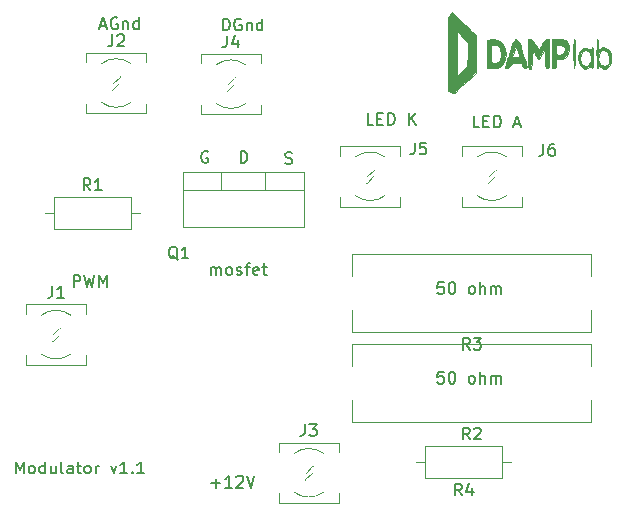
<source format=gto>
G04 #@! TF.GenerationSoftware,KiCad,Pcbnew,(5.1.2)-1*
G04 #@! TF.CreationDate,2019-12-31T23:39:51-05:00*
G04 #@! TF.ProjectId,modulator,6d6f6475-6c61-4746-9f72-2e6b69636164,rev?*
G04 #@! TF.SameCoordinates,Original*
G04 #@! TF.FileFunction,Legend,Top*
G04 #@! TF.FilePolarity,Positive*
%FSLAX46Y46*%
G04 Gerber Fmt 4.6, Leading zero omitted, Abs format (unit mm)*
G04 Created by KiCad (PCBNEW (5.1.2)-1) date 2019-12-31 23:39:51*
%MOMM*%
%LPD*%
G04 APERTURE LIST*
%ADD10C,0.150000*%
%ADD11C,0.010000*%
%ADD12C,0.120000*%
G04 APERTURE END LIST*
D10*
X210509523Y-67052380D02*
X210033333Y-67052380D01*
X209985714Y-67528571D01*
X210033333Y-67480952D01*
X210128571Y-67433333D01*
X210366666Y-67433333D01*
X210461904Y-67480952D01*
X210509523Y-67528571D01*
X210557142Y-67623809D01*
X210557142Y-67861904D01*
X210509523Y-67957142D01*
X210461904Y-68004761D01*
X210366666Y-68052380D01*
X210128571Y-68052380D01*
X210033333Y-68004761D01*
X209985714Y-67957142D01*
X211176190Y-67052380D02*
X211271428Y-67052380D01*
X211366666Y-67100000D01*
X211414285Y-67147619D01*
X211461904Y-67242857D01*
X211509523Y-67433333D01*
X211509523Y-67671428D01*
X211461904Y-67861904D01*
X211414285Y-67957142D01*
X211366666Y-68004761D01*
X211271428Y-68052380D01*
X211176190Y-68052380D01*
X211080952Y-68004761D01*
X211033333Y-67957142D01*
X210985714Y-67861904D01*
X210938095Y-67671428D01*
X210938095Y-67433333D01*
X210985714Y-67242857D01*
X211033333Y-67147619D01*
X211080952Y-67100000D01*
X211176190Y-67052380D01*
X212842857Y-68052380D02*
X212747619Y-68004761D01*
X212700000Y-67957142D01*
X212652380Y-67861904D01*
X212652380Y-67576190D01*
X212700000Y-67480952D01*
X212747619Y-67433333D01*
X212842857Y-67385714D01*
X212985714Y-67385714D01*
X213080952Y-67433333D01*
X213128571Y-67480952D01*
X213176190Y-67576190D01*
X213176190Y-67861904D01*
X213128571Y-67957142D01*
X213080952Y-68004761D01*
X212985714Y-68052380D01*
X212842857Y-68052380D01*
X213604761Y-68052380D02*
X213604761Y-67052380D01*
X214033333Y-68052380D02*
X214033333Y-67528571D01*
X213985714Y-67433333D01*
X213890476Y-67385714D01*
X213747619Y-67385714D01*
X213652380Y-67433333D01*
X213604761Y-67480952D01*
X214509523Y-68052380D02*
X214509523Y-67385714D01*
X214509523Y-67480952D02*
X214557142Y-67433333D01*
X214652380Y-67385714D01*
X214795238Y-67385714D01*
X214890476Y-67433333D01*
X214938095Y-67528571D01*
X214938095Y-68052380D01*
X214938095Y-67528571D02*
X214985714Y-67433333D01*
X215080952Y-67385714D01*
X215223809Y-67385714D01*
X215319047Y-67433333D01*
X215366666Y-67528571D01*
X215366666Y-68052380D01*
X210509523Y-59452380D02*
X210033333Y-59452380D01*
X209985714Y-59928571D01*
X210033333Y-59880952D01*
X210128571Y-59833333D01*
X210366666Y-59833333D01*
X210461904Y-59880952D01*
X210509523Y-59928571D01*
X210557142Y-60023809D01*
X210557142Y-60261904D01*
X210509523Y-60357142D01*
X210461904Y-60404761D01*
X210366666Y-60452380D01*
X210128571Y-60452380D01*
X210033333Y-60404761D01*
X209985714Y-60357142D01*
X211176190Y-59452380D02*
X211271428Y-59452380D01*
X211366666Y-59500000D01*
X211414285Y-59547619D01*
X211461904Y-59642857D01*
X211509523Y-59833333D01*
X211509523Y-60071428D01*
X211461904Y-60261904D01*
X211414285Y-60357142D01*
X211366666Y-60404761D01*
X211271428Y-60452380D01*
X211176190Y-60452380D01*
X211080952Y-60404761D01*
X211033333Y-60357142D01*
X210985714Y-60261904D01*
X210938095Y-60071428D01*
X210938095Y-59833333D01*
X210985714Y-59642857D01*
X211033333Y-59547619D01*
X211080952Y-59500000D01*
X211176190Y-59452380D01*
X212842857Y-60452380D02*
X212747619Y-60404761D01*
X212700000Y-60357142D01*
X212652380Y-60261904D01*
X212652380Y-59976190D01*
X212700000Y-59880952D01*
X212747619Y-59833333D01*
X212842857Y-59785714D01*
X212985714Y-59785714D01*
X213080952Y-59833333D01*
X213128571Y-59880952D01*
X213176190Y-59976190D01*
X213176190Y-60261904D01*
X213128571Y-60357142D01*
X213080952Y-60404761D01*
X212985714Y-60452380D01*
X212842857Y-60452380D01*
X213604761Y-60452380D02*
X213604761Y-59452380D01*
X214033333Y-60452380D02*
X214033333Y-59928571D01*
X213985714Y-59833333D01*
X213890476Y-59785714D01*
X213747619Y-59785714D01*
X213652380Y-59833333D01*
X213604761Y-59880952D01*
X214509523Y-60452380D02*
X214509523Y-59785714D01*
X214509523Y-59880952D02*
X214557142Y-59833333D01*
X214652380Y-59785714D01*
X214795238Y-59785714D01*
X214890476Y-59833333D01*
X214938095Y-59928571D01*
X214938095Y-60452380D01*
X214938095Y-59928571D02*
X214985714Y-59833333D01*
X215080952Y-59785714D01*
X215223809Y-59785714D01*
X215319047Y-59833333D01*
X215366666Y-59928571D01*
X215366666Y-60452380D01*
X174295238Y-75652380D02*
X174295238Y-74652380D01*
X174628571Y-75366666D01*
X174961904Y-74652380D01*
X174961904Y-75652380D01*
X175580952Y-75652380D02*
X175485714Y-75604761D01*
X175438095Y-75557142D01*
X175390476Y-75461904D01*
X175390476Y-75176190D01*
X175438095Y-75080952D01*
X175485714Y-75033333D01*
X175580952Y-74985714D01*
X175723809Y-74985714D01*
X175819047Y-75033333D01*
X175866666Y-75080952D01*
X175914285Y-75176190D01*
X175914285Y-75461904D01*
X175866666Y-75557142D01*
X175819047Y-75604761D01*
X175723809Y-75652380D01*
X175580952Y-75652380D01*
X176771428Y-75652380D02*
X176771428Y-74652380D01*
X176771428Y-75604761D02*
X176676190Y-75652380D01*
X176485714Y-75652380D01*
X176390476Y-75604761D01*
X176342857Y-75557142D01*
X176295238Y-75461904D01*
X176295238Y-75176190D01*
X176342857Y-75080952D01*
X176390476Y-75033333D01*
X176485714Y-74985714D01*
X176676190Y-74985714D01*
X176771428Y-75033333D01*
X177676190Y-74985714D02*
X177676190Y-75652380D01*
X177247619Y-74985714D02*
X177247619Y-75509523D01*
X177295238Y-75604761D01*
X177390476Y-75652380D01*
X177533333Y-75652380D01*
X177628571Y-75604761D01*
X177676190Y-75557142D01*
X178295238Y-75652380D02*
X178200000Y-75604761D01*
X178152380Y-75509523D01*
X178152380Y-74652380D01*
X179104761Y-75652380D02*
X179104761Y-75128571D01*
X179057142Y-75033333D01*
X178961904Y-74985714D01*
X178771428Y-74985714D01*
X178676190Y-75033333D01*
X179104761Y-75604761D02*
X179009523Y-75652380D01*
X178771428Y-75652380D01*
X178676190Y-75604761D01*
X178628571Y-75509523D01*
X178628571Y-75414285D01*
X178676190Y-75319047D01*
X178771428Y-75271428D01*
X179009523Y-75271428D01*
X179104761Y-75223809D01*
X179438095Y-74985714D02*
X179819047Y-74985714D01*
X179580952Y-74652380D02*
X179580952Y-75509523D01*
X179628571Y-75604761D01*
X179723809Y-75652380D01*
X179819047Y-75652380D01*
X180295238Y-75652380D02*
X180200000Y-75604761D01*
X180152380Y-75557142D01*
X180104761Y-75461904D01*
X180104761Y-75176190D01*
X180152380Y-75080952D01*
X180200000Y-75033333D01*
X180295238Y-74985714D01*
X180438095Y-74985714D01*
X180533333Y-75033333D01*
X180580952Y-75080952D01*
X180628571Y-75176190D01*
X180628571Y-75461904D01*
X180580952Y-75557142D01*
X180533333Y-75604761D01*
X180438095Y-75652380D01*
X180295238Y-75652380D01*
X181057142Y-75652380D02*
X181057142Y-74985714D01*
X181057142Y-75176190D02*
X181104761Y-75080952D01*
X181152380Y-75033333D01*
X181247619Y-74985714D01*
X181342857Y-74985714D01*
X182342857Y-74985714D02*
X182580952Y-75652380D01*
X182819047Y-74985714D01*
X183723809Y-75652380D02*
X183152380Y-75652380D01*
X183438095Y-75652380D02*
X183438095Y-74652380D01*
X183342857Y-74795238D01*
X183247619Y-74890476D01*
X183152380Y-74938095D01*
X184152380Y-75557142D02*
X184200000Y-75604761D01*
X184152380Y-75652380D01*
X184104761Y-75604761D01*
X184152380Y-75557142D01*
X184152380Y-75652380D01*
X185152380Y-75652380D02*
X184580952Y-75652380D01*
X184866666Y-75652380D02*
X184866666Y-74652380D01*
X184771428Y-74795238D01*
X184676190Y-74890476D01*
X184580952Y-74938095D01*
X181457142Y-37766666D02*
X181933333Y-37766666D01*
X181361904Y-38052380D02*
X181695238Y-37052380D01*
X182028571Y-38052380D01*
X182885714Y-37100000D02*
X182790476Y-37052380D01*
X182647619Y-37052380D01*
X182504761Y-37100000D01*
X182409523Y-37195238D01*
X182361904Y-37290476D01*
X182314285Y-37480952D01*
X182314285Y-37623809D01*
X182361904Y-37814285D01*
X182409523Y-37909523D01*
X182504761Y-38004761D01*
X182647619Y-38052380D01*
X182742857Y-38052380D01*
X182885714Y-38004761D01*
X182933333Y-37957142D01*
X182933333Y-37623809D01*
X182742857Y-37623809D01*
X183361904Y-37385714D02*
X183361904Y-38052380D01*
X183361904Y-37480952D02*
X183409523Y-37433333D01*
X183504761Y-37385714D01*
X183647619Y-37385714D01*
X183742857Y-37433333D01*
X183790476Y-37528571D01*
X183790476Y-38052380D01*
X184695238Y-38052380D02*
X184695238Y-37052380D01*
X184695238Y-38004761D02*
X184600000Y-38052380D01*
X184409523Y-38052380D01*
X184314285Y-38004761D01*
X184266666Y-37957142D01*
X184219047Y-37861904D01*
X184219047Y-37576190D01*
X184266666Y-37480952D01*
X184314285Y-37433333D01*
X184409523Y-37385714D01*
X184600000Y-37385714D01*
X184695238Y-37433333D01*
X191833333Y-38152380D02*
X191833333Y-37152380D01*
X192071428Y-37152380D01*
X192214285Y-37200000D01*
X192309523Y-37295238D01*
X192357142Y-37390476D01*
X192404761Y-37580952D01*
X192404761Y-37723809D01*
X192357142Y-37914285D01*
X192309523Y-38009523D01*
X192214285Y-38104761D01*
X192071428Y-38152380D01*
X191833333Y-38152380D01*
X193357142Y-37200000D02*
X193261904Y-37152380D01*
X193119047Y-37152380D01*
X192976190Y-37200000D01*
X192880952Y-37295238D01*
X192833333Y-37390476D01*
X192785714Y-37580952D01*
X192785714Y-37723809D01*
X192833333Y-37914285D01*
X192880952Y-38009523D01*
X192976190Y-38104761D01*
X193119047Y-38152380D01*
X193214285Y-38152380D01*
X193357142Y-38104761D01*
X193404761Y-38057142D01*
X193404761Y-37723809D01*
X193214285Y-37723809D01*
X193833333Y-37485714D02*
X193833333Y-38152380D01*
X193833333Y-37580952D02*
X193880952Y-37533333D01*
X193976190Y-37485714D01*
X194119047Y-37485714D01*
X194214285Y-37533333D01*
X194261904Y-37628571D01*
X194261904Y-38152380D01*
X195166666Y-38152380D02*
X195166666Y-37152380D01*
X195166666Y-38104761D02*
X195071428Y-38152380D01*
X194880952Y-38152380D01*
X194785714Y-38104761D01*
X194738095Y-38057142D01*
X194690476Y-37961904D01*
X194690476Y-37676190D01*
X194738095Y-37580952D01*
X194785714Y-37533333D01*
X194880952Y-37485714D01*
X195071428Y-37485714D01*
X195166666Y-37533333D01*
X197114285Y-49404761D02*
X197257142Y-49452380D01*
X197495238Y-49452380D01*
X197590476Y-49404761D01*
X197638095Y-49357142D01*
X197685714Y-49261904D01*
X197685714Y-49166666D01*
X197638095Y-49071428D01*
X197590476Y-49023809D01*
X197495238Y-48976190D01*
X197304761Y-48928571D01*
X197209523Y-48880952D01*
X197161904Y-48833333D01*
X197114285Y-48738095D01*
X197114285Y-48642857D01*
X197161904Y-48547619D01*
X197209523Y-48500000D01*
X197304761Y-48452380D01*
X197542857Y-48452380D01*
X197685714Y-48500000D01*
X193338095Y-49352380D02*
X193338095Y-48352380D01*
X193576190Y-48352380D01*
X193719047Y-48400000D01*
X193814285Y-48495238D01*
X193861904Y-48590476D01*
X193909523Y-48780952D01*
X193909523Y-48923809D01*
X193861904Y-49114285D01*
X193814285Y-49209523D01*
X193719047Y-49304761D01*
X193576190Y-49352380D01*
X193338095Y-49352380D01*
X190561904Y-48400000D02*
X190466666Y-48352380D01*
X190323809Y-48352380D01*
X190180952Y-48400000D01*
X190085714Y-48495238D01*
X190038095Y-48590476D01*
X189990476Y-48780952D01*
X189990476Y-48923809D01*
X190038095Y-49114285D01*
X190085714Y-49209523D01*
X190180952Y-49304761D01*
X190323809Y-49352380D01*
X190419047Y-49352380D01*
X190561904Y-49304761D01*
X190609523Y-49257142D01*
X190609523Y-48923809D01*
X190419047Y-48923809D01*
X190814285Y-58852380D02*
X190814285Y-58185714D01*
X190814285Y-58280952D02*
X190861904Y-58233333D01*
X190957142Y-58185714D01*
X191100000Y-58185714D01*
X191195238Y-58233333D01*
X191242857Y-58328571D01*
X191242857Y-58852380D01*
X191242857Y-58328571D02*
X191290476Y-58233333D01*
X191385714Y-58185714D01*
X191528571Y-58185714D01*
X191623809Y-58233333D01*
X191671428Y-58328571D01*
X191671428Y-58852380D01*
X192290476Y-58852380D02*
X192195238Y-58804761D01*
X192147619Y-58757142D01*
X192100000Y-58661904D01*
X192100000Y-58376190D01*
X192147619Y-58280952D01*
X192195238Y-58233333D01*
X192290476Y-58185714D01*
X192433333Y-58185714D01*
X192528571Y-58233333D01*
X192576190Y-58280952D01*
X192623809Y-58376190D01*
X192623809Y-58661904D01*
X192576190Y-58757142D01*
X192528571Y-58804761D01*
X192433333Y-58852380D01*
X192290476Y-58852380D01*
X193004761Y-58804761D02*
X193100000Y-58852380D01*
X193290476Y-58852380D01*
X193385714Y-58804761D01*
X193433333Y-58709523D01*
X193433333Y-58661904D01*
X193385714Y-58566666D01*
X193290476Y-58519047D01*
X193147619Y-58519047D01*
X193052380Y-58471428D01*
X193004761Y-58376190D01*
X193004761Y-58328571D01*
X193052380Y-58233333D01*
X193147619Y-58185714D01*
X193290476Y-58185714D01*
X193385714Y-58233333D01*
X193719047Y-58185714D02*
X194100000Y-58185714D01*
X193861904Y-58852380D02*
X193861904Y-57995238D01*
X193909523Y-57900000D01*
X194004761Y-57852380D01*
X194100000Y-57852380D01*
X194814285Y-58804761D02*
X194719047Y-58852380D01*
X194528571Y-58852380D01*
X194433333Y-58804761D01*
X194385714Y-58709523D01*
X194385714Y-58328571D01*
X194433333Y-58233333D01*
X194528571Y-58185714D01*
X194719047Y-58185714D01*
X194814285Y-58233333D01*
X194861904Y-58328571D01*
X194861904Y-58423809D01*
X194385714Y-58519047D01*
X195147619Y-58185714D02*
X195528571Y-58185714D01*
X195290476Y-57852380D02*
X195290476Y-58709523D01*
X195338095Y-58804761D01*
X195433333Y-58852380D01*
X195528571Y-58852380D01*
X190838095Y-76471428D02*
X191600000Y-76471428D01*
X191219047Y-76852380D02*
X191219047Y-76090476D01*
X192600000Y-76852380D02*
X192028571Y-76852380D01*
X192314285Y-76852380D02*
X192314285Y-75852380D01*
X192219047Y-75995238D01*
X192123809Y-76090476D01*
X192028571Y-76138095D01*
X192980952Y-75947619D02*
X193028571Y-75900000D01*
X193123809Y-75852380D01*
X193361904Y-75852380D01*
X193457142Y-75900000D01*
X193504761Y-75947619D01*
X193552380Y-76042857D01*
X193552380Y-76138095D01*
X193504761Y-76280952D01*
X192933333Y-76852380D01*
X193552380Y-76852380D01*
X193838095Y-75852380D02*
X194171428Y-76852380D01*
X194504761Y-75852380D01*
X179195238Y-59852380D02*
X179195238Y-58852380D01*
X179576190Y-58852380D01*
X179671428Y-58900000D01*
X179719047Y-58947619D01*
X179766666Y-59042857D01*
X179766666Y-59185714D01*
X179719047Y-59280952D01*
X179671428Y-59328571D01*
X179576190Y-59376190D01*
X179195238Y-59376190D01*
X180100000Y-58852380D02*
X180338095Y-59852380D01*
X180528571Y-59138095D01*
X180719047Y-59852380D01*
X180957142Y-58852380D01*
X181338095Y-59852380D02*
X181338095Y-58852380D01*
X181671428Y-59566666D01*
X182004761Y-58852380D01*
X182004761Y-59852380D01*
X204576190Y-46152380D02*
X204100000Y-46152380D01*
X204100000Y-45152380D01*
X204909523Y-45628571D02*
X205242857Y-45628571D01*
X205385714Y-46152380D02*
X204909523Y-46152380D01*
X204909523Y-45152380D01*
X205385714Y-45152380D01*
X205814285Y-46152380D02*
X205814285Y-45152380D01*
X206052380Y-45152380D01*
X206195238Y-45200000D01*
X206290476Y-45295238D01*
X206338095Y-45390476D01*
X206385714Y-45580952D01*
X206385714Y-45723809D01*
X206338095Y-45914285D01*
X206290476Y-46009523D01*
X206195238Y-46104761D01*
X206052380Y-46152380D01*
X205814285Y-46152380D01*
X207576190Y-46152380D02*
X207576190Y-45152380D01*
X208147619Y-46152380D02*
X207719047Y-45580952D01*
X208147619Y-45152380D02*
X207576190Y-45723809D01*
X213547619Y-46352380D02*
X213071428Y-46352380D01*
X213071428Y-45352380D01*
X213880952Y-45828571D02*
X214214285Y-45828571D01*
X214357142Y-46352380D02*
X213880952Y-46352380D01*
X213880952Y-45352380D01*
X214357142Y-45352380D01*
X214785714Y-46352380D02*
X214785714Y-45352380D01*
X215023809Y-45352380D01*
X215166666Y-45400000D01*
X215261904Y-45495238D01*
X215309523Y-45590476D01*
X215357142Y-45780952D01*
X215357142Y-45923809D01*
X215309523Y-46114285D01*
X215261904Y-46209523D01*
X215166666Y-46304761D01*
X215023809Y-46352380D01*
X214785714Y-46352380D01*
X216500000Y-46066666D02*
X216976190Y-46066666D01*
X216404761Y-46352380D02*
X216738095Y-45352380D01*
X217071428Y-46352380D01*
D11*
G36*
X212260242Y-37575826D02*
G01*
X212591957Y-37894780D01*
X212875259Y-38177331D01*
X213090718Y-38403269D01*
X213218903Y-38552380D01*
X213246143Y-38601400D01*
X213239783Y-38724892D01*
X213234397Y-39013990D01*
X213230413Y-39431100D01*
X213228259Y-39938629D01*
X213228000Y-40194896D01*
X213228000Y-41712193D01*
X212339000Y-42561344D01*
X212020658Y-42864958D01*
X211742595Y-43129296D01*
X211527969Y-43332408D01*
X211399939Y-43452343D01*
X211377148Y-43472988D01*
X211267443Y-43474271D01*
X211105647Y-43389766D01*
X211105005Y-43389296D01*
X210905715Y-43243110D01*
X210905715Y-42045472D01*
X211631429Y-42045472D01*
X212011250Y-41674800D01*
X213082857Y-41674800D01*
X213119143Y-41725600D01*
X213155429Y-41674800D01*
X213119143Y-41624000D01*
X213082857Y-41674800D01*
X212011250Y-41674800D01*
X212085000Y-41602827D01*
X212538572Y-41160182D01*
X212559246Y-40184084D01*
X212579920Y-39207985D01*
X212309497Y-38931600D01*
X212792572Y-38931600D01*
X212828857Y-38982400D01*
X212865143Y-38931600D01*
X212828857Y-38880800D01*
X212792572Y-38931600D01*
X212309497Y-38931600D01*
X212146482Y-38764992D01*
X211898699Y-38490974D01*
X211754805Y-38271855D01*
X211690238Y-38067931D01*
X211683850Y-38017200D01*
X211674865Y-38022469D01*
X211665943Y-38206768D01*
X211657615Y-38545926D01*
X211650409Y-39015774D01*
X211644856Y-39592143D01*
X211643043Y-39878936D01*
X211631429Y-42045472D01*
X210905715Y-42045472D01*
X210905715Y-37087420D01*
X211080956Y-36856937D01*
X211256198Y-36626454D01*
X212260242Y-37575826D01*
X212260242Y-37575826D01*
G37*
X212260242Y-37575826D02*
X212591957Y-37894780D01*
X212875259Y-38177331D01*
X213090718Y-38403269D01*
X213218903Y-38552380D01*
X213246143Y-38601400D01*
X213239783Y-38724892D01*
X213234397Y-39013990D01*
X213230413Y-39431100D01*
X213228259Y-39938629D01*
X213228000Y-40194896D01*
X213228000Y-41712193D01*
X212339000Y-42561344D01*
X212020658Y-42864958D01*
X211742595Y-43129296D01*
X211527969Y-43332408D01*
X211399939Y-43452343D01*
X211377148Y-43472988D01*
X211267443Y-43474271D01*
X211105647Y-43389766D01*
X211105005Y-43389296D01*
X210905715Y-43243110D01*
X210905715Y-42045472D01*
X211631429Y-42045472D01*
X212011250Y-41674800D01*
X213082857Y-41674800D01*
X213119143Y-41725600D01*
X213155429Y-41674800D01*
X213119143Y-41624000D01*
X213082857Y-41674800D01*
X212011250Y-41674800D01*
X212085000Y-41602827D01*
X212538572Y-41160182D01*
X212559246Y-40184084D01*
X212579920Y-39207985D01*
X212309497Y-38931600D01*
X212792572Y-38931600D01*
X212828857Y-38982400D01*
X212865143Y-38931600D01*
X212828857Y-38880800D01*
X212792572Y-38931600D01*
X212309497Y-38931600D01*
X212146482Y-38764992D01*
X211898699Y-38490974D01*
X211754805Y-38271855D01*
X211690238Y-38067931D01*
X211683850Y-38017200D01*
X211674865Y-38022469D01*
X211665943Y-38206768D01*
X211657615Y-38545926D01*
X211650409Y-39015774D01*
X211644856Y-39592143D01*
X211643043Y-39878936D01*
X211631429Y-42045472D01*
X210905715Y-42045472D01*
X210905715Y-37087420D01*
X211080956Y-36856937D01*
X211256198Y-36626454D01*
X212260242Y-37575826D01*
G36*
X219453234Y-40125400D02*
G01*
X219443215Y-40646602D01*
X219430418Y-40997892D01*
X219410418Y-41212545D01*
X219378790Y-41323835D01*
X219331109Y-41365037D01*
X219287714Y-41370000D01*
X219214279Y-41349894D01*
X219166889Y-41262607D01*
X219136516Y-41067681D01*
X219114127Y-40724659D01*
X219106286Y-40557200D01*
X219070000Y-39744400D01*
X218852286Y-40174030D01*
X218713990Y-40418745D01*
X218598067Y-40575368D01*
X218553501Y-40605830D01*
X218469617Y-40529390D01*
X218344035Y-40331569D01*
X218263215Y-40176200D01*
X218054000Y-39744400D01*
X218017714Y-40556219D01*
X217991747Y-40985699D01*
X217956752Y-41246430D01*
X217906652Y-41372819D01*
X217869033Y-41397931D01*
X217739979Y-41385019D01*
X217705747Y-41356578D01*
X217685853Y-41232502D01*
X217669602Y-40947963D01*
X217658703Y-40545685D01*
X217654857Y-40083066D01*
X217654857Y-38880800D01*
X217854429Y-38883419D01*
X217991820Y-38924424D01*
X218122892Y-39068552D01*
X218280331Y-39353437D01*
X218303081Y-39399970D01*
X218552162Y-39913900D01*
X218685721Y-39676750D01*
X218826276Y-39406698D01*
X218942144Y-39160200D01*
X219096275Y-38936422D01*
X219269309Y-38880800D01*
X219473610Y-38880799D01*
X219453234Y-40125400D01*
X219453234Y-40125400D01*
G37*
X219453234Y-40125400D02*
X219443215Y-40646602D01*
X219430418Y-40997892D01*
X219410418Y-41212545D01*
X219378790Y-41323835D01*
X219331109Y-41365037D01*
X219287714Y-41370000D01*
X219214279Y-41349894D01*
X219166889Y-41262607D01*
X219136516Y-41067681D01*
X219114127Y-40724659D01*
X219106286Y-40557200D01*
X219070000Y-39744400D01*
X218852286Y-40174030D01*
X218713990Y-40418745D01*
X218598067Y-40575368D01*
X218553501Y-40605830D01*
X218469617Y-40529390D01*
X218344035Y-40331569D01*
X218263215Y-40176200D01*
X218054000Y-39744400D01*
X218017714Y-40556219D01*
X217991747Y-40985699D01*
X217956752Y-41246430D01*
X217906652Y-41372819D01*
X217869033Y-41397931D01*
X217739979Y-41385019D01*
X217705747Y-41356578D01*
X217685853Y-41232502D01*
X217669602Y-40947963D01*
X217658703Y-40545685D01*
X217654857Y-40083066D01*
X217654857Y-38880800D01*
X217854429Y-38883419D01*
X217991820Y-38924424D01*
X218122892Y-39068552D01*
X218280331Y-39353437D01*
X218303081Y-39399970D01*
X218552162Y-39913900D01*
X218685721Y-39676750D01*
X218826276Y-39406698D01*
X218942144Y-39160200D01*
X219096275Y-38936422D01*
X219269309Y-38880800D01*
X219473610Y-38880799D01*
X219453234Y-40125400D01*
G36*
X223133823Y-39685798D02*
G01*
X223156814Y-39936102D01*
X223169143Y-40296278D01*
X223170286Y-40455600D01*
X223162260Y-40876169D01*
X223140185Y-41173998D01*
X223107068Y-41313321D01*
X223097714Y-41319200D01*
X223027543Y-41241531D01*
X223025143Y-41214990D01*
X222970254Y-41183348D01*
X222830931Y-41251781D01*
X222811033Y-41265790D01*
X222596619Y-41391406D01*
X222424019Y-41392618D01*
X222220465Y-41269752D01*
X222218733Y-41268436D01*
X222050636Y-41066369D01*
X221942407Y-40830924D01*
X221897798Y-40482822D01*
X222092081Y-40482822D01*
X222095052Y-40570297D01*
X222140967Y-40871603D01*
X222252016Y-41048460D01*
X222299429Y-41086040D01*
X222550302Y-41161678D01*
X222786582Y-41056469D01*
X222857082Y-40978095D01*
X222972982Y-40701224D01*
X222979617Y-40385613D01*
X222893620Y-40090174D01*
X222731623Y-39873822D01*
X222523123Y-39795200D01*
X222290373Y-39879690D01*
X222142226Y-40116986D01*
X222092081Y-40482822D01*
X221897798Y-40482822D01*
X221892277Y-40439740D01*
X221960372Y-40087702D01*
X222119896Y-39808823D01*
X222344056Y-39637116D01*
X222606056Y-39606596D01*
X222826874Y-39708169D01*
X222955215Y-39773526D01*
X223009579Y-39708169D01*
X223081390Y-39597941D01*
X223103762Y-39592000D01*
X223133823Y-39685798D01*
X223133823Y-39685798D01*
G37*
X223133823Y-39685798D02*
X223156814Y-39936102D01*
X223169143Y-40296278D01*
X223170286Y-40455600D01*
X223162260Y-40876169D01*
X223140185Y-41173998D01*
X223107068Y-41313321D01*
X223097714Y-41319200D01*
X223027543Y-41241531D01*
X223025143Y-41214990D01*
X222970254Y-41183348D01*
X222830931Y-41251781D01*
X222811033Y-41265790D01*
X222596619Y-41391406D01*
X222424019Y-41392618D01*
X222220465Y-41269752D01*
X222218733Y-41268436D01*
X222050636Y-41066369D01*
X221942407Y-40830924D01*
X221897798Y-40482822D01*
X222092081Y-40482822D01*
X222095052Y-40570297D01*
X222140967Y-40871603D01*
X222252016Y-41048460D01*
X222299429Y-41086040D01*
X222550302Y-41161678D01*
X222786582Y-41056469D01*
X222857082Y-40978095D01*
X222972982Y-40701224D01*
X222979617Y-40385613D01*
X222893620Y-40090174D01*
X222731623Y-39873822D01*
X222523123Y-39795200D01*
X222290373Y-39879690D01*
X222142226Y-40116986D01*
X222092081Y-40482822D01*
X221897798Y-40482822D01*
X221892277Y-40439740D01*
X221960372Y-40087702D01*
X222119896Y-39808823D01*
X222344056Y-39637116D01*
X222606056Y-39606596D01*
X222826874Y-39708169D01*
X222955215Y-39773526D01*
X223009579Y-39708169D01*
X223081390Y-39597941D01*
X223103762Y-39592000D01*
X223133823Y-39685798D01*
G36*
X223576282Y-38971651D02*
G01*
X223602276Y-39201702D01*
X223605714Y-39341574D01*
X223611254Y-39618842D01*
X223638558Y-39733671D01*
X223703653Y-39726661D01*
X223746086Y-39697174D01*
X224027359Y-39583957D01*
X224294490Y-39642458D01*
X224515119Y-39846021D01*
X224656889Y-40167991D01*
X224691978Y-40476381D01*
X224647025Y-40879919D01*
X224503788Y-41163165D01*
X224354343Y-41302604D01*
X224161834Y-41406001D01*
X223982189Y-41382964D01*
X223805286Y-41273799D01*
X223668556Y-41200057D01*
X223606106Y-41217913D01*
X223605714Y-41223625D01*
X223550361Y-41316464D01*
X223533143Y-41319200D01*
X223501287Y-41221587D01*
X223477718Y-40944240D01*
X223465303Y-40556714D01*
X223628621Y-40556714D01*
X223705361Y-40849636D01*
X223875324Y-41069459D01*
X223888123Y-41078733D01*
X224106633Y-41142078D01*
X224321157Y-41066977D01*
X224479087Y-40880727D01*
X224521162Y-40750247D01*
X224534075Y-40359732D01*
X224437751Y-40050198D01*
X224255013Y-39857257D01*
X224008684Y-39816521D01*
X223935169Y-39835908D01*
X223745784Y-39990195D01*
X223642849Y-40250349D01*
X223628621Y-40556714D01*
X223465303Y-40556714D01*
X223463819Y-40510393D01*
X223460572Y-40100000D01*
X223466382Y-39564819D01*
X223482891Y-39168857D01*
X223508715Y-38935348D01*
X223533143Y-38880800D01*
X223576282Y-38971651D01*
X223576282Y-38971651D01*
G37*
X223576282Y-38971651D02*
X223602276Y-39201702D01*
X223605714Y-39341574D01*
X223611254Y-39618842D01*
X223638558Y-39733671D01*
X223703653Y-39726661D01*
X223746086Y-39697174D01*
X224027359Y-39583957D01*
X224294490Y-39642458D01*
X224515119Y-39846021D01*
X224656889Y-40167991D01*
X224691978Y-40476381D01*
X224647025Y-40879919D01*
X224503788Y-41163165D01*
X224354343Y-41302604D01*
X224161834Y-41406001D01*
X223982189Y-41382964D01*
X223805286Y-41273799D01*
X223668556Y-41200057D01*
X223606106Y-41217913D01*
X223605714Y-41223625D01*
X223550361Y-41316464D01*
X223533143Y-41319200D01*
X223501287Y-41221587D01*
X223477718Y-40944240D01*
X223465303Y-40556714D01*
X223628621Y-40556714D01*
X223705361Y-40849636D01*
X223875324Y-41069459D01*
X223888123Y-41078733D01*
X224106633Y-41142078D01*
X224321157Y-41066977D01*
X224479087Y-40880727D01*
X224521162Y-40750247D01*
X224534075Y-40359732D01*
X224437751Y-40050198D01*
X224255013Y-39857257D01*
X224008684Y-39816521D01*
X223935169Y-39835908D01*
X223745784Y-39990195D01*
X223642849Y-40250349D01*
X223628621Y-40556714D01*
X223465303Y-40556714D01*
X223463819Y-40510393D01*
X223460572Y-40100000D01*
X223466382Y-39564819D01*
X223482891Y-39168857D01*
X223508715Y-38935348D01*
X223533143Y-38880800D01*
X223576282Y-38971651D01*
G36*
X215053861Y-38918504D02*
G01*
X215328398Y-39030178D01*
X215568613Y-39307990D01*
X215714637Y-39691943D01*
X215762354Y-40128840D01*
X215707644Y-40565482D01*
X215546391Y-40948673D01*
X215483704Y-41036504D01*
X215351749Y-41183781D01*
X215219615Y-41268823D01*
X215041699Y-41308340D01*
X214772398Y-41319043D01*
X214712266Y-41319200D01*
X214166823Y-41319200D01*
X214187269Y-40125400D01*
X214199884Y-39388800D01*
X214534286Y-39388800D01*
X214534286Y-40083066D01*
X214541744Y-40443251D01*
X214561295Y-40720207D01*
X214588707Y-40853989D01*
X214588714Y-40853999D01*
X214706326Y-40899026D01*
X214895797Y-40869803D01*
X215099486Y-40783833D01*
X215259750Y-40658624D01*
X215269001Y-40647396D01*
X215376939Y-40388011D01*
X215398455Y-40046918D01*
X215331677Y-39707572D01*
X215292171Y-39614606D01*
X215176473Y-39461668D01*
X215000710Y-39396768D01*
X214856742Y-39388800D01*
X214534286Y-39388800D01*
X214199884Y-39388800D01*
X214207714Y-38931600D01*
X214658341Y-38901458D01*
X215053861Y-38918504D01*
X215053861Y-38918504D01*
G37*
X215053861Y-38918504D02*
X215328398Y-39030178D01*
X215568613Y-39307990D01*
X215714637Y-39691943D01*
X215762354Y-40128840D01*
X215707644Y-40565482D01*
X215546391Y-40948673D01*
X215483704Y-41036504D01*
X215351749Y-41183781D01*
X215219615Y-41268823D01*
X215041699Y-41308340D01*
X214772398Y-41319043D01*
X214712266Y-41319200D01*
X214166823Y-41319200D01*
X214187269Y-40125400D01*
X214199884Y-39388800D01*
X214534286Y-39388800D01*
X214534286Y-40083066D01*
X214541744Y-40443251D01*
X214561295Y-40720207D01*
X214588707Y-40853989D01*
X214588714Y-40853999D01*
X214706326Y-40899026D01*
X214895797Y-40869803D01*
X215099486Y-40783833D01*
X215259750Y-40658624D01*
X215269001Y-40647396D01*
X215376939Y-40388011D01*
X215398455Y-40046918D01*
X215331677Y-39707572D01*
X215292171Y-39614606D01*
X215176473Y-39461668D01*
X215000710Y-39396768D01*
X214856742Y-39388800D01*
X214534286Y-39388800D01*
X214199884Y-39388800D01*
X214207714Y-38931600D01*
X214658341Y-38901458D01*
X215053861Y-38918504D01*
G36*
X216674172Y-38899133D02*
G01*
X216765544Y-38938908D01*
X216850927Y-39045039D01*
X216946249Y-39250160D01*
X217067439Y-39586906D01*
X217184984Y-39945779D01*
X217354738Y-40476060D01*
X217469743Y-40848584D01*
X217534337Y-41091192D01*
X217552857Y-41231728D01*
X217529643Y-41298035D01*
X217469030Y-41317954D01*
X217398954Y-41319200D01*
X217228687Y-41254932D01*
X217167885Y-41116000D01*
X217128108Y-41003523D01*
X217038610Y-40941850D01*
X216864188Y-40916565D01*
X216671569Y-40912800D01*
X216415101Y-40921511D01*
X216267692Y-40957259D01*
X216193539Y-41034468D01*
X216167143Y-41116000D01*
X216069895Y-41279487D01*
X215911956Y-41319200D01*
X215702835Y-41319200D01*
X215812423Y-40952005D01*
X215893091Y-40691643D01*
X215984703Y-40404800D01*
X216345622Y-40404800D01*
X216637382Y-40404800D01*
X216818911Y-40388005D01*
X216919054Y-40346019D01*
X216926101Y-40328600D01*
X216892750Y-40197071D01*
X216813866Y-39966450D01*
X216789785Y-39902024D01*
X216656511Y-39551648D01*
X216501067Y-39978224D01*
X216345622Y-40404800D01*
X215984703Y-40404800D01*
X216013689Y-40314045D01*
X216152770Y-39886116D01*
X216205506Y-39725738D01*
X216342723Y-39321274D01*
X216442038Y-39070353D01*
X216522399Y-38939553D01*
X216602756Y-38895456D01*
X216674172Y-38899133D01*
X216674172Y-38899133D01*
G37*
X216674172Y-38899133D02*
X216765544Y-38938908D01*
X216850927Y-39045039D01*
X216946249Y-39250160D01*
X217067439Y-39586906D01*
X217184984Y-39945779D01*
X217354738Y-40476060D01*
X217469743Y-40848584D01*
X217534337Y-41091192D01*
X217552857Y-41231728D01*
X217529643Y-41298035D01*
X217469030Y-41317954D01*
X217398954Y-41319200D01*
X217228687Y-41254932D01*
X217167885Y-41116000D01*
X217128108Y-41003523D01*
X217038610Y-40941850D01*
X216864188Y-40916565D01*
X216671569Y-40912800D01*
X216415101Y-40921511D01*
X216267692Y-40957259D01*
X216193539Y-41034468D01*
X216167143Y-41116000D01*
X216069895Y-41279487D01*
X215911956Y-41319200D01*
X215702835Y-41319200D01*
X215812423Y-40952005D01*
X215893091Y-40691643D01*
X215984703Y-40404800D01*
X216345622Y-40404800D01*
X216637382Y-40404800D01*
X216818911Y-40388005D01*
X216919054Y-40346019D01*
X216926101Y-40328600D01*
X216892750Y-40197071D01*
X216813866Y-39966450D01*
X216789785Y-39902024D01*
X216656511Y-39551648D01*
X216501067Y-39978224D01*
X216345622Y-40404800D01*
X215984703Y-40404800D01*
X216013689Y-40314045D01*
X216152770Y-39886116D01*
X216205506Y-39725738D01*
X216342723Y-39321274D01*
X216442038Y-39070353D01*
X216522399Y-38939553D01*
X216602756Y-38895456D01*
X216674172Y-38899133D01*
G36*
X220525765Y-38888394D02*
G01*
X220714285Y-38920833D01*
X220842153Y-38992601D01*
X220951520Y-39118184D01*
X220960156Y-39130181D01*
X221108931Y-39459762D01*
X221138286Y-39744400D01*
X221079602Y-40149478D01*
X220907824Y-40431572D01*
X220629358Y-40583023D01*
X220415870Y-40608000D01*
X220049715Y-40608000D01*
X220049715Y-40963600D01*
X220036159Y-41204077D01*
X219975161Y-41302524D01*
X219868286Y-41319200D01*
X219686857Y-41319200D01*
X219686857Y-39789633D01*
X220049715Y-39789633D01*
X220056557Y-40052099D01*
X220103616Y-40169626D01*
X220230685Y-40200474D01*
X220331114Y-40201600D01*
X220539021Y-40165298D01*
X220685052Y-40074924D01*
X220699542Y-40054792D01*
X220759894Y-39841103D01*
X220762857Y-39673792D01*
X220727907Y-39527878D01*
X220634954Y-39450653D01*
X220444182Y-39413463D01*
X220394429Y-39408633D01*
X220049715Y-39377666D01*
X220049715Y-39789633D01*
X219686857Y-39789633D01*
X219686857Y-38880800D01*
X220234442Y-38880800D01*
X220525765Y-38888394D01*
X220525765Y-38888394D01*
G37*
X220525765Y-38888394D02*
X220714285Y-38920833D01*
X220842153Y-38992601D01*
X220951520Y-39118184D01*
X220960156Y-39130181D01*
X221108931Y-39459762D01*
X221138286Y-39744400D01*
X221079602Y-40149478D01*
X220907824Y-40431572D01*
X220629358Y-40583023D01*
X220415870Y-40608000D01*
X220049715Y-40608000D01*
X220049715Y-40963600D01*
X220036159Y-41204077D01*
X219975161Y-41302524D01*
X219868286Y-41319200D01*
X219686857Y-41319200D01*
X219686857Y-39789633D01*
X220049715Y-39789633D01*
X220056557Y-40052099D01*
X220103616Y-40169626D01*
X220230685Y-40200474D01*
X220331114Y-40201600D01*
X220539021Y-40165298D01*
X220685052Y-40074924D01*
X220699542Y-40054792D01*
X220759894Y-39841103D01*
X220762857Y-39673792D01*
X220727907Y-39527878D01*
X220634954Y-39450653D01*
X220444182Y-39413463D01*
X220394429Y-39408633D01*
X220049715Y-39377666D01*
X220049715Y-39789633D01*
X219686857Y-39789633D01*
X219686857Y-38880800D01*
X220234442Y-38880800D01*
X220525765Y-38888394D01*
G36*
X221605570Y-38978412D02*
G01*
X221629140Y-39255759D01*
X221643039Y-39689606D01*
X221646286Y-40100000D01*
X221640476Y-40635180D01*
X221623967Y-41031142D01*
X221598143Y-41264651D01*
X221573715Y-41319200D01*
X221541859Y-41221587D01*
X221518289Y-40944240D01*
X221504390Y-40510393D01*
X221501143Y-40100000D01*
X221506953Y-39564819D01*
X221523462Y-39168857D01*
X221549286Y-38935348D01*
X221573715Y-38880800D01*
X221605570Y-38978412D01*
X221605570Y-38978412D01*
G37*
X221605570Y-38978412D02*
X221629140Y-39255759D01*
X221643039Y-39689606D01*
X221646286Y-40100000D01*
X221640476Y-40635180D01*
X221623967Y-41031142D01*
X221598143Y-41264651D01*
X221573715Y-41319200D01*
X221541859Y-41221587D01*
X221518289Y-40944240D01*
X221504390Y-40510393D01*
X221501143Y-40100000D01*
X221506953Y-39564819D01*
X221523462Y-39168857D01*
X221549286Y-38935348D01*
X221573715Y-38880800D01*
X221605570Y-38978412D01*
D12*
X188420000Y-50130000D02*
X198660000Y-50130000D01*
X188420000Y-54771000D02*
X198660000Y-54771000D01*
X188420000Y-50130000D02*
X188420000Y-54771000D01*
X198660000Y-50130000D02*
X198660000Y-54771000D01*
X188420000Y-51640000D02*
X198660000Y-51640000D01*
X191690000Y-50130000D02*
X191690000Y-51640000D01*
X195391000Y-50130000D02*
X195391000Y-51640000D01*
X184820000Y-53600000D02*
X184050000Y-53600000D01*
X176740000Y-53600000D02*
X177510000Y-53600000D01*
X184050000Y-52230000D02*
X177510000Y-52230000D01*
X184050000Y-54970000D02*
X184050000Y-52230000D01*
X177510000Y-54970000D02*
X184050000Y-54970000D01*
X177510000Y-52230000D02*
X177510000Y-54970000D01*
X208180000Y-74700000D02*
X208950000Y-74700000D01*
X216260000Y-74700000D02*
X215490000Y-74700000D01*
X208950000Y-76070000D02*
X215490000Y-76070000D01*
X208950000Y-73330000D02*
X208950000Y-76070000D01*
X215490000Y-73330000D02*
X208950000Y-73330000D01*
X215490000Y-76070000D02*
X215490000Y-73330000D01*
X223020000Y-69440000D02*
X223020000Y-71320000D01*
X223020000Y-71320000D02*
X202780000Y-71320000D01*
X202780000Y-71320000D02*
X202780000Y-69440000D01*
X223020000Y-66560000D02*
X223020000Y-64680000D01*
X223020000Y-64680000D02*
X202780000Y-64680000D01*
X202780000Y-64680000D02*
X202780000Y-66560000D01*
X202780000Y-57080000D02*
X202780000Y-58960000D01*
X223020000Y-57080000D02*
X202780000Y-57080000D01*
X223020000Y-58960000D02*
X223020000Y-57080000D01*
X202780000Y-63720000D02*
X202780000Y-61840000D01*
X223020000Y-63720000D02*
X202780000Y-63720000D01*
X223020000Y-61840000D02*
X223020000Y-63720000D01*
X178939739Y-65545189D02*
G75*
G02X177700000Y-65960000I-1239739J1645189D01*
G01*
X176459553Y-62254336D02*
G75*
G02X178940000Y-62254000I1240447J-1645664D01*
G01*
X177734842Y-65960313D02*
G75*
G02X176459000Y-65545000I-34842J2060313D01*
G01*
X177941000Y-63911000D02*
X177408000Y-64443000D01*
X177380000Y-64471000D02*
X177380000Y-64471000D01*
X178020000Y-63328000D02*
X178020000Y-63328000D01*
X177991000Y-63357000D02*
X177459000Y-63889000D01*
X175140000Y-61340000D02*
X180260000Y-61340000D01*
X175140000Y-66460000D02*
X180260000Y-66460000D01*
X175140000Y-61340000D02*
X175140000Y-62145000D01*
X175140000Y-65655000D02*
X175140000Y-66460000D01*
X180260000Y-61340000D02*
X180260000Y-62145000D01*
X180260000Y-65655000D02*
X180260000Y-66460000D01*
X185360000Y-44355000D02*
X185360000Y-45160000D01*
X185360000Y-40040000D02*
X185360000Y-40845000D01*
X180240000Y-44355000D02*
X180240000Y-45160000D01*
X180240000Y-40040000D02*
X180240000Y-40845000D01*
X180240000Y-45160000D02*
X185360000Y-45160000D01*
X180240000Y-40040000D02*
X185360000Y-40040000D01*
X183091000Y-42057000D02*
X182559000Y-42589000D01*
X183120000Y-42028000D02*
X183120000Y-42028000D01*
X182480000Y-43171000D02*
X182480000Y-43171000D01*
X183041000Y-42611000D02*
X182508000Y-43143000D01*
X182834842Y-44660313D02*
G75*
G02X181559000Y-44245000I-34842J2060313D01*
G01*
X181559553Y-40954336D02*
G75*
G02X184040000Y-40954000I1240447J-1645664D01*
G01*
X184039739Y-44245189D02*
G75*
G02X182800000Y-44660000I-1239739J1645189D01*
G01*
X200339739Y-77245189D02*
G75*
G02X199100000Y-77660000I-1239739J1645189D01*
G01*
X197859553Y-73954336D02*
G75*
G02X200340000Y-73954000I1240447J-1645664D01*
G01*
X199134842Y-77660313D02*
G75*
G02X197859000Y-77245000I-34842J2060313D01*
G01*
X199341000Y-75611000D02*
X198808000Y-76143000D01*
X198780000Y-76171000D02*
X198780000Y-76171000D01*
X199420000Y-75028000D02*
X199420000Y-75028000D01*
X199391000Y-75057000D02*
X198859000Y-75589000D01*
X196540000Y-73040000D02*
X201660000Y-73040000D01*
X196540000Y-78160000D02*
X201660000Y-78160000D01*
X196540000Y-73040000D02*
X196540000Y-73845000D01*
X196540000Y-77355000D02*
X196540000Y-78160000D01*
X201660000Y-73040000D02*
X201660000Y-73845000D01*
X201660000Y-77355000D02*
X201660000Y-78160000D01*
X195060000Y-44455000D02*
X195060000Y-45260000D01*
X195060000Y-40140000D02*
X195060000Y-40945000D01*
X189940000Y-44455000D02*
X189940000Y-45260000D01*
X189940000Y-40140000D02*
X189940000Y-40945000D01*
X189940000Y-45260000D02*
X195060000Y-45260000D01*
X189940000Y-40140000D02*
X195060000Y-40140000D01*
X192791000Y-42157000D02*
X192259000Y-42689000D01*
X192820000Y-42128000D02*
X192820000Y-42128000D01*
X192180000Y-43271000D02*
X192180000Y-43271000D01*
X192741000Y-42711000D02*
X192208000Y-43243000D01*
X192534842Y-44760313D02*
G75*
G02X191259000Y-44345000I-34842J2060313D01*
G01*
X191259553Y-41054336D02*
G75*
G02X193740000Y-41054000I1240447J-1645664D01*
G01*
X193739739Y-44345189D02*
G75*
G02X192500000Y-44760000I-1239739J1645189D01*
G01*
X205539739Y-52145189D02*
G75*
G02X204300000Y-52560000I-1239739J1645189D01*
G01*
X203059553Y-48854336D02*
G75*
G02X205540000Y-48854000I1240447J-1645664D01*
G01*
X204334842Y-52560313D02*
G75*
G02X203059000Y-52145000I-34842J2060313D01*
G01*
X204541000Y-50511000D02*
X204008000Y-51043000D01*
X203980000Y-51071000D02*
X203980000Y-51071000D01*
X204620000Y-49928000D02*
X204620000Y-49928000D01*
X204591000Y-49957000D02*
X204059000Y-50489000D01*
X201740000Y-47940000D02*
X206860000Y-47940000D01*
X201740000Y-53060000D02*
X206860000Y-53060000D01*
X201740000Y-47940000D02*
X201740000Y-48745000D01*
X201740000Y-52255000D02*
X201740000Y-53060000D01*
X206860000Y-47940000D02*
X206860000Y-48745000D01*
X206860000Y-52255000D02*
X206860000Y-53060000D01*
X217160000Y-52255000D02*
X217160000Y-53060000D01*
X217160000Y-47940000D02*
X217160000Y-48745000D01*
X212040000Y-52255000D02*
X212040000Y-53060000D01*
X212040000Y-47940000D02*
X212040000Y-48745000D01*
X212040000Y-53060000D02*
X217160000Y-53060000D01*
X212040000Y-47940000D02*
X217160000Y-47940000D01*
X214891000Y-49957000D02*
X214359000Y-50489000D01*
X214920000Y-49928000D02*
X214920000Y-49928000D01*
X214280000Y-51071000D02*
X214280000Y-51071000D01*
X214841000Y-50511000D02*
X214308000Y-51043000D01*
X214634842Y-52560313D02*
G75*
G02X213359000Y-52145000I-34842J2060313D01*
G01*
X213359553Y-48854336D02*
G75*
G02X215840000Y-48854000I1240447J-1645664D01*
G01*
X215839739Y-52145189D02*
G75*
G02X214600000Y-52560000I-1239739J1645189D01*
G01*
D10*
X188004761Y-57547619D02*
X187909523Y-57500000D01*
X187814285Y-57404761D01*
X187671428Y-57261904D01*
X187576190Y-57214285D01*
X187480952Y-57214285D01*
X187528571Y-57452380D02*
X187433333Y-57404761D01*
X187338095Y-57309523D01*
X187290476Y-57119047D01*
X187290476Y-56785714D01*
X187338095Y-56595238D01*
X187433333Y-56500000D01*
X187528571Y-56452380D01*
X187719047Y-56452380D01*
X187814285Y-56500000D01*
X187909523Y-56595238D01*
X187957142Y-56785714D01*
X187957142Y-57119047D01*
X187909523Y-57309523D01*
X187814285Y-57404761D01*
X187719047Y-57452380D01*
X187528571Y-57452380D01*
X188909523Y-57452380D02*
X188338095Y-57452380D01*
X188623809Y-57452380D02*
X188623809Y-56452380D01*
X188528571Y-56595238D01*
X188433333Y-56690476D01*
X188338095Y-56738095D01*
X180613333Y-51682380D02*
X180280000Y-51206190D01*
X180041904Y-51682380D02*
X180041904Y-50682380D01*
X180422857Y-50682380D01*
X180518095Y-50730000D01*
X180565714Y-50777619D01*
X180613333Y-50872857D01*
X180613333Y-51015714D01*
X180565714Y-51110952D01*
X180518095Y-51158571D01*
X180422857Y-51206190D01*
X180041904Y-51206190D01*
X181565714Y-51682380D02*
X180994285Y-51682380D01*
X181280000Y-51682380D02*
X181280000Y-50682380D01*
X181184761Y-50825238D01*
X181089523Y-50920476D01*
X180994285Y-50968095D01*
X212053333Y-77522380D02*
X211720000Y-77046190D01*
X211481904Y-77522380D02*
X211481904Y-76522380D01*
X211862857Y-76522380D01*
X211958095Y-76570000D01*
X212005714Y-76617619D01*
X212053333Y-76712857D01*
X212053333Y-76855714D01*
X212005714Y-76950952D01*
X211958095Y-76998571D01*
X211862857Y-77046190D01*
X211481904Y-77046190D01*
X212910476Y-76855714D02*
X212910476Y-77522380D01*
X212672380Y-76474761D02*
X212434285Y-77189047D01*
X213053333Y-77189047D01*
X212733333Y-72772380D02*
X212400000Y-72296190D01*
X212161904Y-72772380D02*
X212161904Y-71772380D01*
X212542857Y-71772380D01*
X212638095Y-71820000D01*
X212685714Y-71867619D01*
X212733333Y-71962857D01*
X212733333Y-72105714D01*
X212685714Y-72200952D01*
X212638095Y-72248571D01*
X212542857Y-72296190D01*
X212161904Y-72296190D01*
X213114285Y-71867619D02*
X213161904Y-71820000D01*
X213257142Y-71772380D01*
X213495238Y-71772380D01*
X213590476Y-71820000D01*
X213638095Y-71867619D01*
X213685714Y-71962857D01*
X213685714Y-72058095D01*
X213638095Y-72200952D01*
X213066666Y-72772380D01*
X213685714Y-72772380D01*
X212733333Y-65172380D02*
X212400000Y-64696190D01*
X212161904Y-65172380D02*
X212161904Y-64172380D01*
X212542857Y-64172380D01*
X212638095Y-64220000D01*
X212685714Y-64267619D01*
X212733333Y-64362857D01*
X212733333Y-64505714D01*
X212685714Y-64600952D01*
X212638095Y-64648571D01*
X212542857Y-64696190D01*
X212161904Y-64696190D01*
X213066666Y-64172380D02*
X213685714Y-64172380D01*
X213352380Y-64553333D01*
X213495238Y-64553333D01*
X213590476Y-64600952D01*
X213638095Y-64648571D01*
X213685714Y-64743809D01*
X213685714Y-64981904D01*
X213638095Y-65077142D01*
X213590476Y-65124761D01*
X213495238Y-65172380D01*
X213209523Y-65172380D01*
X213114285Y-65124761D01*
X213066666Y-65077142D01*
X177366666Y-59792380D02*
X177366666Y-60506666D01*
X177319047Y-60649523D01*
X177223809Y-60744761D01*
X177080952Y-60792380D01*
X176985714Y-60792380D01*
X178366666Y-60792380D02*
X177795238Y-60792380D01*
X178080952Y-60792380D02*
X178080952Y-59792380D01*
X177985714Y-59935238D01*
X177890476Y-60030476D01*
X177795238Y-60078095D01*
X182466666Y-38492380D02*
X182466666Y-39206666D01*
X182419047Y-39349523D01*
X182323809Y-39444761D01*
X182180952Y-39492380D01*
X182085714Y-39492380D01*
X182895238Y-38587619D02*
X182942857Y-38540000D01*
X183038095Y-38492380D01*
X183276190Y-38492380D01*
X183371428Y-38540000D01*
X183419047Y-38587619D01*
X183466666Y-38682857D01*
X183466666Y-38778095D01*
X183419047Y-38920952D01*
X182847619Y-39492380D01*
X183466666Y-39492380D01*
X198766666Y-71492380D02*
X198766666Y-72206666D01*
X198719047Y-72349523D01*
X198623809Y-72444761D01*
X198480952Y-72492380D01*
X198385714Y-72492380D01*
X199147619Y-71492380D02*
X199766666Y-71492380D01*
X199433333Y-71873333D01*
X199576190Y-71873333D01*
X199671428Y-71920952D01*
X199719047Y-71968571D01*
X199766666Y-72063809D01*
X199766666Y-72301904D01*
X199719047Y-72397142D01*
X199671428Y-72444761D01*
X199576190Y-72492380D01*
X199290476Y-72492380D01*
X199195238Y-72444761D01*
X199147619Y-72397142D01*
X192166666Y-38592380D02*
X192166666Y-39306666D01*
X192119047Y-39449523D01*
X192023809Y-39544761D01*
X191880952Y-39592380D01*
X191785714Y-39592380D01*
X193071428Y-38925714D02*
X193071428Y-39592380D01*
X192833333Y-38544761D02*
X192595238Y-39259047D01*
X193214285Y-39259047D01*
X208066666Y-47652380D02*
X208066666Y-48366666D01*
X208019047Y-48509523D01*
X207923809Y-48604761D01*
X207780952Y-48652380D01*
X207685714Y-48652380D01*
X209019047Y-47652380D02*
X208542857Y-47652380D01*
X208495238Y-48128571D01*
X208542857Y-48080952D01*
X208638095Y-48033333D01*
X208876190Y-48033333D01*
X208971428Y-48080952D01*
X209019047Y-48128571D01*
X209066666Y-48223809D01*
X209066666Y-48461904D01*
X209019047Y-48557142D01*
X208971428Y-48604761D01*
X208876190Y-48652380D01*
X208638095Y-48652380D01*
X208542857Y-48604761D01*
X208495238Y-48557142D01*
X218966666Y-47752380D02*
X218966666Y-48466666D01*
X218919047Y-48609523D01*
X218823809Y-48704761D01*
X218680952Y-48752380D01*
X218585714Y-48752380D01*
X219871428Y-47752380D02*
X219680952Y-47752380D01*
X219585714Y-47800000D01*
X219538095Y-47847619D01*
X219442857Y-47990476D01*
X219395238Y-48180952D01*
X219395238Y-48561904D01*
X219442857Y-48657142D01*
X219490476Y-48704761D01*
X219585714Y-48752380D01*
X219776190Y-48752380D01*
X219871428Y-48704761D01*
X219919047Y-48657142D01*
X219966666Y-48561904D01*
X219966666Y-48323809D01*
X219919047Y-48228571D01*
X219871428Y-48180952D01*
X219776190Y-48133333D01*
X219585714Y-48133333D01*
X219490476Y-48180952D01*
X219442857Y-48228571D01*
X219395238Y-48323809D01*
M02*

</source>
